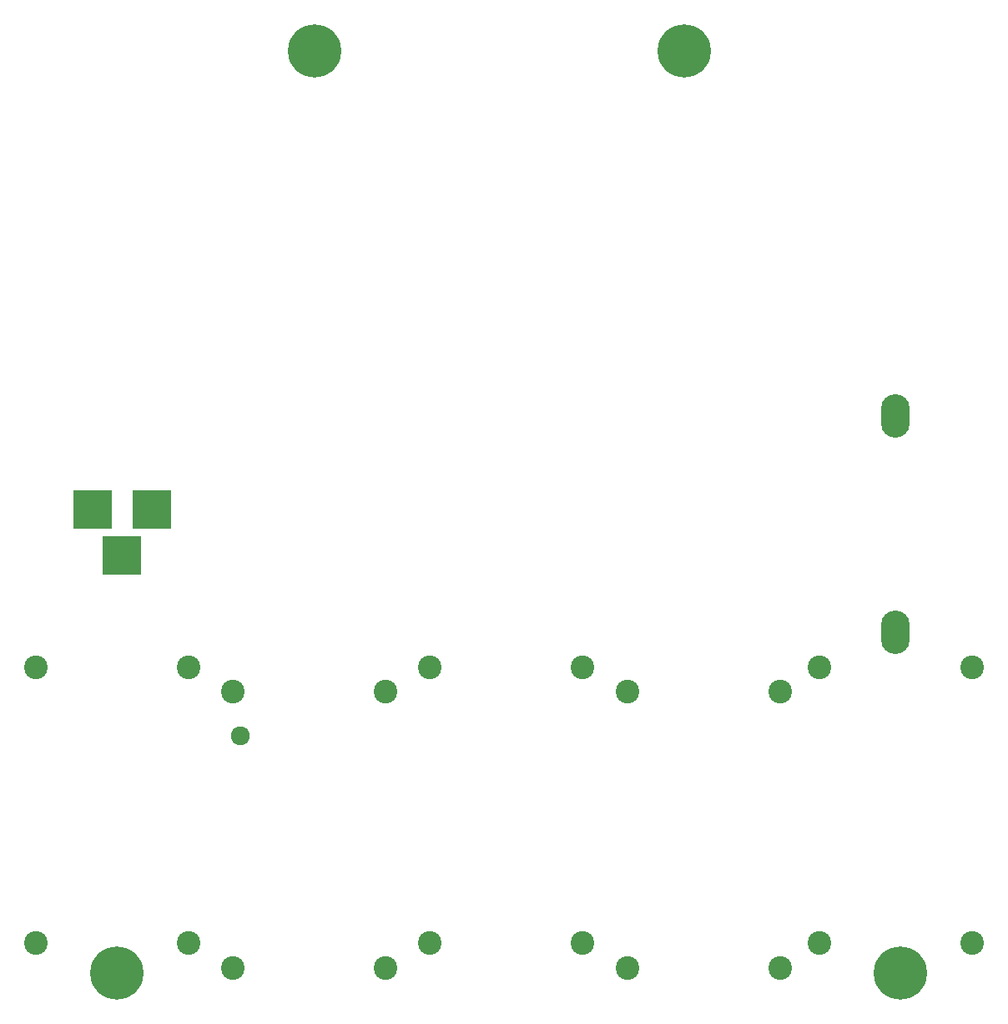
<source format=gbr>
G04 #@! TF.GenerationSoftware,KiCad,Pcbnew,(5.0.0)*
G04 #@! TF.CreationDate,2020-03-19T16:58:16-04:00*
G04 #@! TF.ProjectId,Grow_Lamp,47726F775F4C616D702E6B696361645F,rev?*
G04 #@! TF.SameCoordinates,Original*
G04 #@! TF.FileFunction,Soldermask,Bot*
G04 #@! TF.FilePolarity,Negative*
%FSLAX46Y46*%
G04 Gerber Fmt 4.6, Leading zero omitted, Abs format (unit mm)*
G04 Created by KiCad (PCBNEW (5.0.0)) date 03/19/20 16:58:16*
%MOMM*%
%LPD*%
G01*
G04 APERTURE LIST*
%ADD10C,2.400000*%
%ADD11O,2.900000X4.400000*%
%ADD12R,3.900000X3.900000*%
%ADD13C,5.400000*%
%ADD14C,1.924000*%
G04 APERTURE END LIST*
D10*
G04 #@! TO.C,U1*
X92250000Y-121000000D03*
X107750000Y-121000000D03*
X107750000Y-149000000D03*
X92250000Y-149000000D03*
G04 #@! TD*
G04 #@! TO.C,U2*
X112250000Y-151500000D03*
X127750000Y-151500000D03*
X127750000Y-123500000D03*
X112250000Y-123500000D03*
G04 #@! TD*
G04 #@! TO.C,U3*
X132250000Y-121000000D03*
X147750000Y-121000000D03*
X147750000Y-149000000D03*
X132250000Y-149000000D03*
G04 #@! TD*
G04 #@! TO.C,U4*
X152250000Y-151500000D03*
X167750000Y-151500000D03*
X167750000Y-123500000D03*
X152250000Y-123500000D03*
G04 #@! TD*
D11*
G04 #@! TO.C,F1*
X179500000Y-117500000D03*
X179500000Y-95500000D03*
G04 #@! TD*
D12*
G04 #@! TO.C,J1*
X101000000Y-109700000D03*
X98000000Y-105000000D03*
X104000000Y-105000000D03*
G04 #@! TD*
D10*
G04 #@! TO.C,U5*
X171750000Y-121000000D03*
X187250000Y-121000000D03*
X187250000Y-149000000D03*
X171750000Y-149000000D03*
G04 #@! TD*
D13*
G04 #@! TO.C,MNT1*
X100500000Y-152000000D03*
G04 #@! TD*
G04 #@! TO.C,MNT2*
X180000000Y-152000000D03*
G04 #@! TD*
G04 #@! TO.C,MNT3*
X158000000Y-58500000D03*
G04 #@! TD*
G04 #@! TO.C,MNT4*
X120500000Y-58500000D03*
G04 #@! TD*
D14*
G04 #@! TO.C,G\002A\002A\002A*
X113000000Y-128000000D03*
G04 #@! TD*
M02*

</source>
